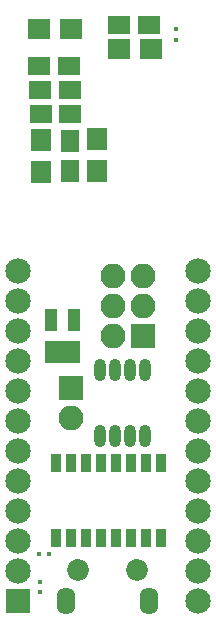
<source format=gbr>
G04 #@! TF.FileFunction,Soldermask,Bot*
%FSLAX46Y46*%
G04 Gerber Fmt 4.6, Leading zero omitted, Abs format (unit mm)*
G04 Created by KiCad (PCBNEW 4.0.7) date 06/14/18 18:00:22*
%MOMM*%
%LPD*%
G01*
G04 APERTURE LIST*
%ADD10C,0.100000*%
%ADD11R,2.152600X2.152600*%
%ADD12C,2.152600*%
%ADD13R,1.900000X1.650000*%
%ADD14R,1.650000X1.900000*%
%ADD15C,0.402000*%
%ADD16R,1.700000X1.900000*%
%ADD17C,1.850000*%
%ADD18O,1.600000X2.300000*%
%ADD19R,1.050000X1.960000*%
%ADD20R,2.100000X2.100000*%
%ADD21O,2.100000X2.100000*%
%ADD22R,0.908000X1.543000*%
%ADD23O,1.009600X1.873200*%
%ADD24R,1.900000X1.700000*%
G04 APERTURE END LIST*
D10*
D11*
X101600000Y-152146000D03*
D12*
X101600000Y-149606000D03*
X101600000Y-147066000D03*
X101600000Y-144526000D03*
X101600000Y-141986000D03*
X101600000Y-139446000D03*
X101600000Y-136906000D03*
X101600000Y-134366000D03*
X101600000Y-131826000D03*
X101600000Y-129286000D03*
X101600000Y-126746000D03*
X101600000Y-124206000D03*
X116840000Y-124206000D03*
X116840000Y-126746000D03*
X116840000Y-129286000D03*
X116840000Y-131826000D03*
X116840000Y-134366000D03*
X116840000Y-136906000D03*
X116840000Y-139446000D03*
X116840000Y-141986000D03*
X116840000Y-144526000D03*
X116840000Y-147066000D03*
X116840000Y-149606000D03*
X116840000Y-152146000D03*
D13*
X103494200Y-108930440D03*
X105994200Y-108930440D03*
X103547540Y-110964980D03*
X106047540Y-110964980D03*
D14*
X105976420Y-115740180D03*
X105976420Y-113240180D03*
D15*
X115001040Y-103738260D03*
X115001040Y-104638260D03*
X115001040Y-104638260D03*
X115001040Y-103738260D03*
D16*
X103538020Y-113140500D03*
X103538020Y-115840500D03*
X108325921Y-113080821D03*
X108325921Y-115780821D03*
D13*
X103428160Y-106870500D03*
X105928160Y-106870500D03*
D17*
X106669200Y-149508980D03*
X111669200Y-149508980D03*
D18*
X105669200Y-152208980D03*
X112669200Y-152208980D03*
D19*
X106334640Y-131107180D03*
X105384640Y-131107180D03*
X104434640Y-131107180D03*
X104434640Y-128407180D03*
X106334640Y-128407180D03*
D20*
X106072940Y-134167880D03*
D21*
X106072940Y-136707880D03*
D22*
X113690400Y-140477240D03*
X111150400Y-140477240D03*
X109880400Y-140477240D03*
X108610400Y-140477240D03*
X107340400Y-140477240D03*
X106070400Y-140477240D03*
X104800400Y-140477240D03*
X104800400Y-146827240D03*
X106070400Y-146827240D03*
X107340400Y-146827240D03*
X108610400Y-146827240D03*
X109880400Y-146827240D03*
X111150400Y-146827240D03*
X112420400Y-146827240D03*
X113690400Y-146827240D03*
X112420400Y-140477240D03*
D20*
X112229900Y-129715260D03*
D21*
X109689900Y-129715260D03*
X112229900Y-127175260D03*
X109689900Y-127175260D03*
X112229900Y-124635260D03*
X109689900Y-124635260D03*
D15*
X104250000Y-148210000D03*
X103350000Y-148210000D03*
X103350000Y-148210000D03*
X104250000Y-148210000D03*
D23*
X112359440Y-138236960D03*
X111089440Y-138236960D03*
X109819440Y-138236960D03*
X108549440Y-138236960D03*
X108549440Y-132648960D03*
X109819440Y-132648960D03*
X111089440Y-132648960D03*
X112359440Y-132648960D03*
D13*
X110199800Y-103388160D03*
X112699800Y-103388160D03*
D24*
X103430080Y-103756460D03*
X106130080Y-103756460D03*
X110144580Y-105417620D03*
X112844580Y-105417620D03*
D15*
X103470000Y-151430000D03*
X103470000Y-150530000D03*
X103470000Y-150530000D03*
X103470000Y-151430000D03*
M02*

</source>
